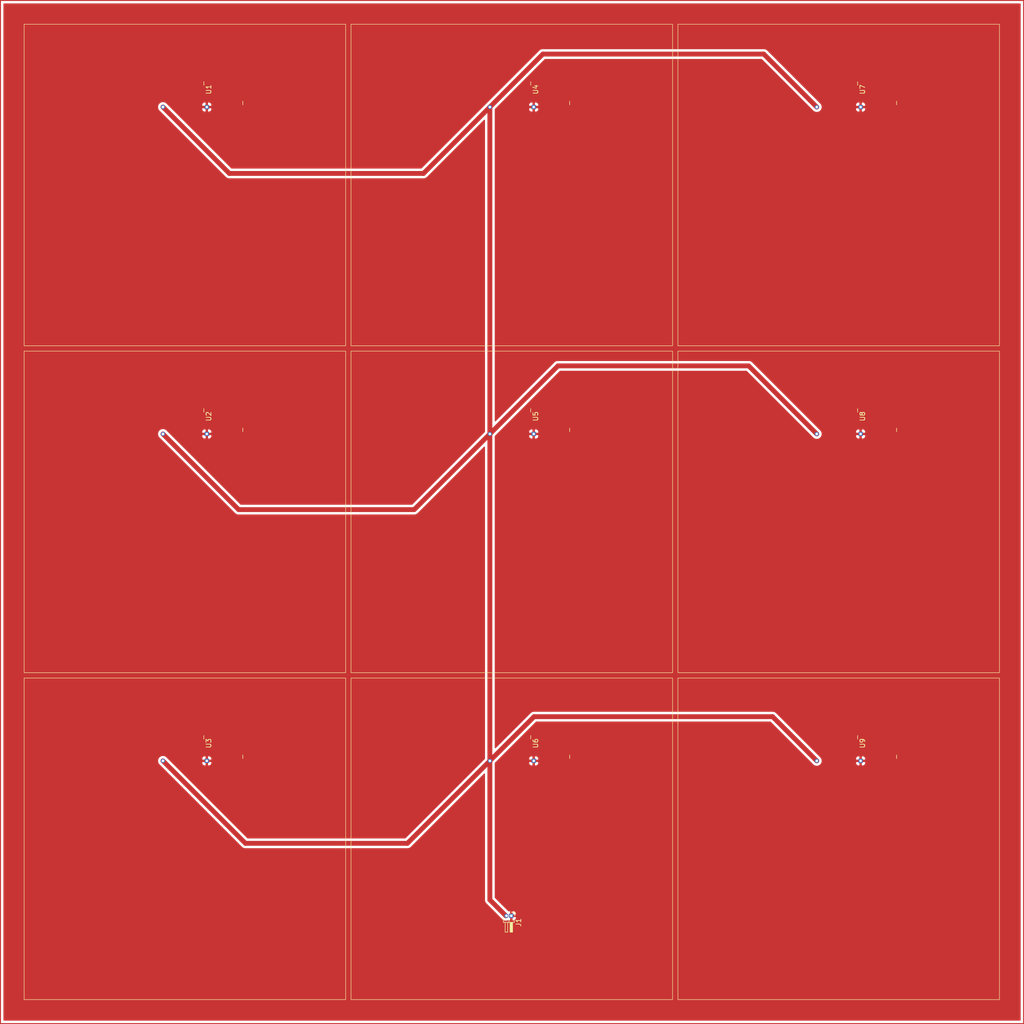
<source format=kicad_pcb>
(kicad_pcb (version 20241229) (generator "pcbnew") (generator_version "9.0")
  (layers (0 "F.Cu" signal) (2 "B.Cu" signal) (13 "F.Paste" user) (15 "B.Paste" user) (5 "F.SilkS" user "F.Silkscreen") (7 "B.SilkS" user "B.Silkscreen") (1 "F.Mask" user) (3 "B.Mask" user) (25 "Edge.Cuts" user))
  (net 0 "")
  (net 1 "GND")
  (net 2 "Net-(J1-Pin_2)")
  (footprint "Connector_PinHeader_1.00mm:Solar_Pannel_holes" (layer "F.Cu") (at 107.05 7.874)
    (property "Reference" "U4" (at 4.89 -1.61 270) (layer "F.SilkS"))
    (property "Value" "~")
    (fp_line (start 3.885 -3.205) (end 3.885 -2.47) (stroke (width 0.12)) (layer "F.SilkS"))
    (fp_line (start 11.885 0.795) (end 11.885 1.53) (stroke (width 0.12)) (layer "F.SilkS"))
    (fp_rect (start -33 -15) (end 33 51) (stroke (width 0.1)) (fill no) (layer "F.SilkS"))
    (pad "1" thru_hole circle (at -4.5 2 270) (size 0.85 0.85) (drill 0.5) (layers "*.Cu" "*.Mask") (net 2 "Net-(J1-Pin_2)"))
    (pad "2" thru_hole rect (at 4.5 2 270) (size 0.85 0.85) (drill 0.5) (layers "*.Cu" "*.Mask") (net 1 "GND"))
  )
  (footprint "Connector_PinHeader_1.00mm:Solar_Pannel_holes" (layer "F.Cu") (at 39.95 7.874)
    (property "Reference" "U1" (at 4.89 -1.61 270) (layer "F.SilkS"))
    (property "Value" "~")
    (fp_line (start 3.885 -3.205) (end 3.885 -2.47) (stroke (width 0.12)) (layer "F.SilkS"))
    (fp_line (start 11.885 0.795) (end 11.885 1.53) (stroke (width 0.12)) (layer "F.SilkS"))
    (fp_rect (start -33 -15) (end 33 51) (stroke (width 0.1)) (fill no) (layer "F.SilkS"))
    (pad "1" thru_hole circle (at -4.5 2 270) (size 0.85 0.85) (drill 0.5) (layers "*.Cu" "*.Mask") (net 2 "Net-(J1-Pin_2)"))
    (pad "2" thru_hole rect (at 4.5 2 270) (size 0.85 0.85) (drill 0.5) (layers "*.Cu" "*.Mask") (net 1 "GND"))
  )
  (footprint "Connector_PinHeader_1.00mm:Solar_Pannel_holes" (layer "F.Cu") (at 174.15 74.974)
    (property "Reference" "U8" (at 4.89 -1.61 270) (layer "F.SilkS"))
    (property "Value" "~")
    (fp_line (start 3.885 -3.205) (end 3.885 -2.47) (stroke (width 0.12)) (layer "F.SilkS"))
    (fp_line (start 11.885 0.795) (end 11.885 1.53) (stroke (width 0.12)) (layer "F.SilkS"))
    (fp_rect (start -33 -15) (end 33 51) (stroke (width 0.1)) (fill no) (layer "F.SilkS"))
    (pad "1" thru_hole circle (at -4.5 2 270) (size 0.85 0.85) (drill 0.5) (layers "*.Cu" "*.Mask") (net 2 "Net-(J1-Pin_2)"))
    (pad "2" thru_hole rect (at 4.5 2 270) (size 0.85 0.85) (drill 0.5) (layers "*.Cu" "*.Mask") (net 1 "GND"))
  )
  (footprint "Connector_PinHeader_1.00mm:Solar_Pannel_holes" (layer "F.Cu") (at 174.15 142.074)
    (property "Reference" "U9" (at 4.89 -1.61 270) (layer "F.SilkS"))
    (property "Value" "~")
    (fp_line (start 3.885 -3.205) (end 3.885 -2.47) (stroke (width 0.12)) (layer "F.SilkS"))
    (fp_line (start 11.885 0.795) (end 11.885 1.53) (stroke (width 0.12)) (layer "F.SilkS"))
    (fp_rect (start -33 -15) (end 33 51) (stroke (width 0.1)) (fill no) (layer "F.SilkS"))
    (pad "1" thru_hole circle (at -4.5 2 270) (size 0.85 0.85) (drill 0.5) (layers "*.Cu" "*.Mask") (net 2 "Net-(J1-Pin_2)"))
    (pad "2" thru_hole rect (at 4.5 2 270) (size 0.85 0.85) (drill 0.5) (layers "*.Cu" "*.Mask") (net 1 "GND"))
  )
  (footprint "Connector_PinHeader_1.00mm:Solar_Pannel_holes" (layer "F.Cu") (at 39.95 74.974)
    (property "Reference" "U2" (at 4.89 -1.61 270) (layer "F.SilkS"))
    (property "Value" "~")
    (fp_line (start 3.885 -3.205) (end 3.885 -2.47) (stroke (width 0.12)) (layer "F.SilkS"))
    (fp_line (start 11.885 0.795) (end 11.885 1.53) (stroke (width 0.12)) (layer "F.SilkS"))
    (fp_rect (start -33 -15) (end 33 51) (stroke (width 0.1)) (fill no) (layer "F.SilkS"))
    (pad "1" thru_hole circle (at -4.5 2 270) (size 0.85 0.85) (drill 0.5) (layers "*.Cu" "*.Mask") (net 2 "Net-(J1-Pin_2)"))
    (pad "2" thru_hole rect (at 4.5 2 270) (size 0.85 0.85) (drill 0.5) (layers "*.Cu" "*.Mask") (net 1 "GND"))
  )
  (footprint "Connector_PinHeader_1.00mm:PinHeader_1x02_P1.00mm_Horizontal" (layer "F.Cu") (at 106.95 175.874 -90)
    (property "Reference" "J1" (at 1.375 -1.5 90) (layer "F.SilkS"))
    (property "Value" "Conn_01x02_Pin")
    (fp_line (start 1.36 1.61) (end 0.41003 1.61) (stroke (width 0.12)) (layer "F.SilkS"))
    (fp_line (start 3.36 1.26) (end 1.36 1.26) (stroke (width 0.12)) (layer "F.SilkS"))
    (fp_line (start 1.36 0.74) (end 3.36 0.74) (stroke (width 0.12)) (layer "F.SilkS"))
    (fp_line (start 3.36 0.74) (end 3.36 1.26) (stroke (width 0.12)) (layer "F.SilkS"))
    (fp_line (start 0.735 0.5) (end 1.36 0.5) (stroke (width 0.12)) (layer "F.SilkS"))
    (fp_line (start -0.735 0) (end -0.735 -0.735) (stroke (width 0.12)) (layer "F.SilkS"))
    (fp_line (start 0.735 -0.61) (end 1.36 -0.61) (stroke (width 0.12)) (layer "F.SilkS"))
    (fp_line (start 1.36 -0.61) (end 1.36 1.61) (stroke (width 0.12)) (layer "F.SilkS"))
    (fp_line (start -0.735 -0.735) (end 0 -0.735) (stroke (width 0.12)) (layer "F.SilkS"))
    (fp_rect (start 1.36 -0.26) (end 3.36 0.26) (stroke (width 0.12)) (fill yes) (layer "F.SilkS"))
    (pad "1" thru_hole rect (at 0 0 270) (size 0.85 0.85) (drill 0.5) (layers "*.Cu" "*.Mask") (net 1 "GND"))
    (pad "2" thru_hole circle (at 0 1 270) (size 0.85 0.85) (drill 0.5) (layers "*.Cu" "*.Mask") (net 2 "Net-(J1-Pin_2)"))
  )
  (footprint "Connector_PinHeader_1.00mm:Solar_Pannel_holes" (layer "F.Cu") (at 174.15 7.874)
    (property "Reference" "U7" (at 4.89 -1.61 270) (layer "F.SilkS"))
    (property "Value" "~")
    (fp_line (start 3.885 -3.205) (end 3.885 -2.47) (stroke (width 0.12)) (layer "F.SilkS"))
    (fp_line (start 11.885 0.795) (end 11.885 1.53) (stroke (width 0.12)) (layer "F.SilkS"))
    (fp_rect (start -33 -15) (end 33 51) (stroke (width 0.1)) (fill no) (layer "F.SilkS"))
    (pad "1" thru_hole circle (at -4.5 2 270) (size 0.85 0.85) (drill 0.5) (layers "*.Cu" "*.Mask") (net 2 "Net-(J1-Pin_2)"))
    (pad "2" thru_hole rect (at 4.5 2 270) (size 0.85 0.85) (drill 0.5) (layers "*.Cu" "*.Mask") (net 1 "GND"))
  )
  (footprint "Connector_PinHeader_1.00mm:Solar_Pannel_holes" (layer "F.Cu") (at 107.05 74.974)
    (property "Reference" "U5" (at 4.89 -1.61 270) (layer "F.SilkS"))
    (property "Value" "~")
    (fp_line (start 3.885 -3.205) (end 3.885 -2.47) (stroke (width 0.12)) (layer "F.SilkS"))
    (fp_line (start 11.885 0.795) (end 11.885 1.53) (stroke (width 0.12)) (layer "F.SilkS"))
    (fp_rect (start -33 -15) (end 33 51) (stroke (width 0.1)) (fill no) (layer "F.SilkS"))
    (pad "1" thru_hole circle (at -4.5 2 270) (size 0.85 0.85) (drill 0.5) (layers "*.Cu" "*.Mask") (net 2 "Net-(J1-Pin_2)"))
    (pad "2" thru_hole rect (at 4.5 2 270) (size 0.85 0.85) (drill 0.5) (layers "*.Cu" "*.Mask") (net 1 "GND"))
  )
  (footprint "Connector_PinHeader_1.00mm:Solar_Pannel_holes" (layer "F.Cu") (at 39.95 142.074)
    (property "Reference" "U3" (at 4.89 -1.61 270) (layer "F.SilkS"))
    (property "Value" "~")
    (fp_line (start 3.885 -3.205) (end 3.885 -2.47) (stroke (width 0.12)) (layer "F.SilkS"))
    (fp_line (start 11.885 0.795) (end 11.885 1.53) (stroke (width 0.12)) (layer "F.SilkS"))
    (fp_rect (start -33 -15) (end 33 51) (stroke (width 0.1)) (fill no) (layer "F.SilkS"))
    (pad "1" thru_hole circle (at -4.5 2 270) (size 0.85 0.85) (drill 0.5) (layers "*.Cu" "*.Mask") (net 2 "Net-(J1-Pin_2)"))
    (pad "2" thru_hole rect (at 4.5 2 270) (size 0.85 0.85) (drill 0.5) (layers "*.Cu" "*.Mask") (net 1 "GND"))
  )
  (footprint "Connector_PinHeader_1.00mm:Solar_Pannel_holes" (layer "F.Cu") (at 107.05 142.074)
    (property "Reference" "U6" (at 4.89 -1.61 270) (layer "F.SilkS"))
    (property "Value" "~")
    (fp_line (start 3.885 -3.205) (end 3.885 -2.47) (stroke (width 0.12)) (layer "F.SilkS"))
    (fp_line (start 11.885 0.795) (end 11.885 1.53) (stroke (width 0.12)) (layer "F.SilkS"))
    (fp_rect (start -33 -15) (end 33 51) (stroke (width 0.1)) (fill no) (layer "F.SilkS"))
    (pad "1" thru_hole circle (at -4.5 2 270) (size 0.85 0.85) (drill 0.5) (layers "*.Cu" "*.Mask") (net 2 "Net-(J1-Pin_2)"))
    (pad "2" thru_hole rect (at 4.5 2 270) (size 0.85 0.85) (drill 0.5) (layers "*.Cu" "*.Mask") (net 1 "GND"))
  )
  (gr_rect (start 2.1 -12) (end 212.1 198) (stroke (width 0.2)) (fill no) (layer "F.Cu"))
  (segment (start 50.976 92.5) (end 35.45 76.974) (width 1) (layer "F.Cu") (net 2))
  (segment (start 88.924 23.5) (end 49.076 23.5) (width 1) (layer "F.Cu") (net 2))
  (segment (start 169.65 76.974) (end 155.676 63) (width 1) (layer "F.Cu") (net 2))
  (segment (start 102.55 144.074) (end 102.55 172.6) (width 1) (layer "F.Cu") (net 2))
  (segment (start 158.776 -1) (end 113.424 -1) (width 1) (layer "F.Cu") (net 2))
  (segment (start 87.024 92.5) (end 50.976 92.5) (width 1) (layer "F.Cu") (net 2))
  (segment (start 85.624 161) (end 52.376 161) (width 1) (layer "F.Cu") (net 2))
  (segment (start 102.55 76.974) (end 102.55 144.074) (width 1) (layer "F.Cu") (net 2))
  (segment (start 102.55 9.874) (end 102.55 76.974) (width 1) (layer "F.Cu") (net 2))
  (segment (start 111.624 135) (end 102.55 144.074) (width 1) (layer "F.Cu") (net 2))
  (segment (start 102.55 144.074) (end 85.624 161) (width 1) (layer "F.Cu") (net 2))
  (segment (start 52.376 161) (end 35.45 144.074) (width 1) (layer "F.Cu") (net 2))
  (segment (start 155.676 63) (end 116.524 63) (width 1) (layer "F.Cu") (net 2))
  (segment (start 169.65 144.074) (end 160.576 135) (width 1) (layer "F.Cu") (net 2))
  (segment (start 169.65 9.874) (end 158.776 -1) (width 1) (layer "F.Cu") (net 2))
  (segment (start 160.576 135) (end 111.624 135) (width 1) (layer "F.Cu") (net 2))
  (segment (start 102.55 76.974) (end 87.024 92.5) (width 1) (layer "F.Cu") (net 2))
  (segment (start 102.55 172.6) (end 105.824 175.874) (width 1) (layer "F.Cu") (net 2))
  (segment (start 113.424 -1) (end 102.55 9.874) (width 1) (layer "F.Cu") (net 2))
  (segment (start 102.55 9.874) (end 88.924 23.5) (width 1) (layer "F.Cu") (net 2))
  (segment (start 49.076 23.5) (end 35.45 9.874) (width 1) (layer "F.Cu") (net 2))
  (segment (start 116.524 63) (end 102.55 76.974) (width 1) (layer "F.Cu") (net 2))
  (zone (net 1) (net_name "GND") (layer "F.Cu") (priority 1) (connect_pads (clearance 0.5)) (min_thickness 0.25) (fill yes (thermal_gap 0.5) (thermal_bridge_width 0.5))
    (polygon (pts (xy 2.1 -12) (xy 212.1 -12) (xy 212.1 198) (xy 2.1 198)))
  )
)
</source>
